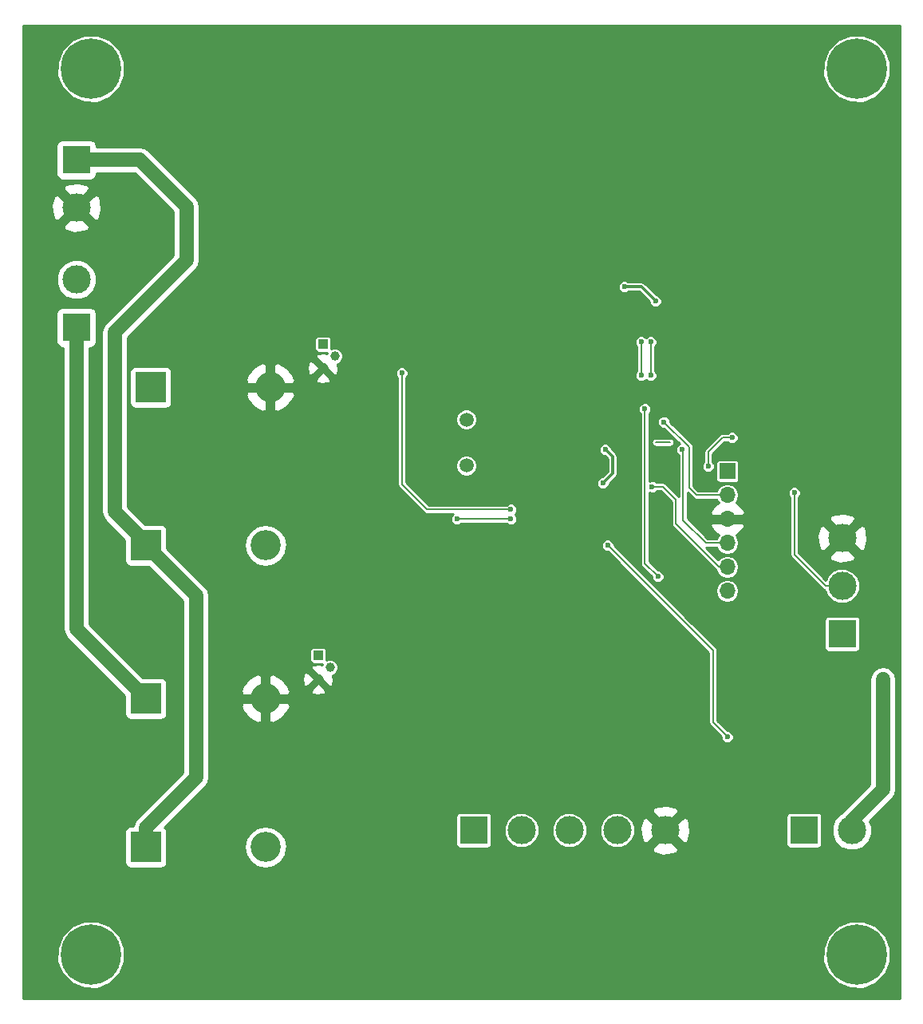
<source format=gbr>
G04 #@! TF.FileFunction,Copper,L2,Bot,Signal*
%FSLAX46Y46*%
G04 Gerber Fmt 4.6, Leading zero omitted, Abs format (unit mm)*
G04 Created by KiCad (PCBNEW 4.0.6) date 07/04/17 16:47:20*
%MOMM*%
%LPD*%
G01*
G04 APERTURE LIST*
%ADD10C,0.100000*%
%ADD11C,3.000000*%
%ADD12R,3.000000X3.000000*%
%ADD13R,3.200000X3.200000*%
%ADD14O,3.200000X3.200000*%
%ADD15R,1.700000X1.700000*%
%ADD16O,1.700000X1.700000*%
%ADD17C,1.000000*%
%ADD18R,1.000000X1.000000*%
%ADD19C,1.500000*%
%ADD20C,6.400000*%
%ADD21C,0.600000*%
%ADD22C,0.200000*%
%ADD23C,0.300000*%
%ADD24C,1.500000*%
%ADD25C,0.250000*%
G04 APERTURE END LIST*
D10*
D11*
X86360000Y-101092000D03*
X91440000Y-101092000D03*
D12*
X81280000Y-101092000D03*
D11*
X96520000Y-101092000D03*
X101600000Y-101092000D03*
D13*
X46482000Y-102870000D03*
D14*
X59182000Y-102870000D03*
D13*
X46482000Y-87122000D03*
D14*
X59182000Y-87122000D03*
D13*
X46482000Y-70866000D03*
D14*
X59182000Y-70866000D03*
D13*
X46990000Y-54102000D03*
D14*
X59690000Y-54102000D03*
D12*
X39116000Y-47752000D03*
D11*
X39116000Y-42672000D03*
D12*
X39116000Y-29972000D03*
D11*
X39116000Y-35052000D03*
D15*
X108204000Y-62992000D03*
D16*
X108204000Y-65532000D03*
X108204000Y-68072000D03*
X108204000Y-70612000D03*
X108204000Y-73152000D03*
X108204000Y-75692000D03*
D12*
X116332000Y-101092000D03*
D11*
X121412000Y-101092000D03*
D12*
X120396000Y-80264000D03*
D11*
X120396000Y-75184000D03*
X120396000Y-70104000D03*
D17*
X66040000Y-83820000D03*
X64770000Y-85090000D03*
D18*
X64770000Y-82550000D03*
D17*
X66548000Y-50800000D03*
X65278000Y-52070000D03*
D18*
X65278000Y-49530000D03*
D19*
X80518000Y-57531000D03*
X80518000Y-62411000D03*
D20*
X40640000Y-20320000D03*
X121920000Y-20320000D03*
X121920000Y-114300000D03*
X40640000Y-114300000D03*
D21*
X95885000Y-45085000D03*
X105156000Y-101092000D03*
X71882000Y-62738000D03*
X71374000Y-57658000D03*
X89154000Y-62230000D03*
X95504000Y-59182000D03*
X98552000Y-79248000D03*
X118364000Y-64008000D03*
X60960000Y-59182000D03*
X62992000Y-60452000D03*
X100330000Y-68072000D03*
X103632000Y-72644000D03*
X84074000Y-63500000D03*
X97028000Y-59182000D03*
X106680000Y-96520000D03*
X116205000Y-92710000D03*
X105410000Y-83185000D03*
X97790000Y-83185000D03*
X90170000Y-83185000D03*
X82550000Y-83185000D03*
X123190000Y-54610000D03*
X114300000Y-43180000D03*
X93345000Y-49530000D03*
X44450000Y-34925000D03*
X71120000Y-46355000D03*
X64770000Y-41275000D03*
X67310000Y-31750000D03*
X84455000Y-32385000D03*
X83820000Y-28575000D03*
X78105000Y-27305000D03*
X100203000Y-64643000D03*
X97282000Y-43434000D03*
X100584000Y-44958000D03*
X95250000Y-60706000D03*
X94996000Y-64262000D03*
X101473000Y-57785000D03*
X103378000Y-60706000D03*
X115316000Y-65278000D03*
X100838000Y-74168000D03*
X99441000Y-56388000D03*
X85217000Y-67056000D03*
X73660000Y-52578000D03*
X79502000Y-68072000D03*
X85217000Y-68072000D03*
X108204000Y-91186000D03*
X95504000Y-70866000D03*
X100076000Y-49276000D03*
X100076000Y-52832000D03*
X99060000Y-49276000D03*
X99060000Y-52832000D03*
X108712000Y-59436000D03*
X106172000Y-62484000D03*
X50800000Y-40640000D03*
X124714000Y-85090000D03*
D22*
X102108000Y-59944000D02*
X100584000Y-59944000D01*
X108204000Y-73152000D02*
X107315000Y-73152000D01*
X101346000Y-64643000D02*
X100203000Y-64643000D01*
X102743000Y-66040000D02*
X101346000Y-64643000D01*
X102743000Y-68580000D02*
X102743000Y-66040000D01*
X107315000Y-73152000D02*
X102743000Y-68580000D01*
D23*
X99060000Y-43434000D02*
X97282000Y-43434000D01*
X100584000Y-44958000D02*
X99060000Y-43434000D01*
X96012000Y-61468000D02*
X95250000Y-60706000D01*
X96012000Y-63246000D02*
X96012000Y-61468000D01*
X94996000Y-64262000D02*
X96012000Y-63246000D01*
D24*
X39116000Y-47752000D02*
X39116000Y-79756000D01*
X39116000Y-79756000D02*
X46482000Y-87122000D01*
D22*
X101473000Y-57785000D02*
X104140000Y-60452000D01*
X104140000Y-60452000D02*
X104140000Y-64770000D01*
X104140000Y-64770000D02*
X104902000Y-65532000D01*
X104902000Y-65532000D02*
X108204000Y-65532000D01*
X105918000Y-70612000D02*
X108204000Y-70612000D01*
X103505000Y-68199000D02*
X105918000Y-70612000D01*
X103505000Y-60833000D02*
X103505000Y-68199000D01*
X103378000Y-60706000D02*
X103505000Y-60833000D01*
X118618000Y-75184000D02*
X120396000Y-75184000D01*
X115316000Y-71882000D02*
X118618000Y-75184000D01*
X115316000Y-65278000D02*
X115316000Y-71882000D01*
X100838000Y-74168000D02*
X99441000Y-72771000D01*
X99441000Y-72771000D02*
X99441000Y-56388000D01*
X85217000Y-67056000D02*
X76327000Y-67056000D01*
X76327000Y-67056000D02*
X73660000Y-64389000D01*
X73660000Y-64389000D02*
X73660000Y-52578000D01*
X85217000Y-68072000D02*
X79502000Y-68072000D01*
X106680000Y-89662000D02*
X108204000Y-91186000D01*
X106680000Y-82042000D02*
X106680000Y-89662000D01*
X95504000Y-70866000D02*
X106680000Y-82042000D01*
X100076000Y-52832000D02*
X100076000Y-49276000D01*
X99060000Y-52832000D02*
X99060000Y-49276000D01*
X107696000Y-59436000D02*
X108712000Y-59436000D01*
X106172000Y-60960000D02*
X107696000Y-59436000D01*
X106172000Y-62484000D02*
X106172000Y-60960000D01*
D24*
X46482000Y-70866000D02*
X46482000Y-70612000D01*
X46482000Y-70612000D02*
X43180000Y-67310000D01*
X43180000Y-48260000D02*
X50800000Y-40640000D01*
X43180000Y-67310000D02*
X43180000Y-48260000D01*
X39116000Y-29972000D02*
X45847000Y-29972000D01*
X50800000Y-34925000D02*
X50800000Y-40640000D01*
X45847000Y-29972000D02*
X50800000Y-34925000D01*
X121412000Y-101092000D02*
X121412000Y-100076000D01*
X121412000Y-100076000D02*
X124714000Y-96774000D01*
X124714000Y-96774000D02*
X124714000Y-85090000D01*
X46482000Y-102870000D02*
X46482000Y-100838000D01*
X51816000Y-76200000D02*
X46482000Y-70866000D01*
X51816000Y-95504000D02*
X51816000Y-76200000D01*
X46482000Y-100838000D02*
X51816000Y-95504000D01*
D25*
G36*
X126550000Y-118930000D02*
X33470000Y-118930000D01*
X33470000Y-115007992D01*
X37064381Y-115007992D01*
X37607496Y-116322429D01*
X38612281Y-117328970D01*
X39925769Y-117874378D01*
X41347992Y-117875619D01*
X42662429Y-117332504D01*
X43668970Y-116327719D01*
X44214378Y-115014231D01*
X44214383Y-115007992D01*
X118344381Y-115007992D01*
X118887496Y-116322429D01*
X119892281Y-117328970D01*
X121205769Y-117874378D01*
X122627992Y-117875619D01*
X123942429Y-117332504D01*
X124948970Y-116327719D01*
X125494378Y-115014231D01*
X125495619Y-113592008D01*
X124952504Y-112277571D01*
X123947719Y-111271030D01*
X122634231Y-110725622D01*
X121212008Y-110724381D01*
X119897571Y-111267496D01*
X118891030Y-112272281D01*
X118345622Y-113585769D01*
X118344381Y-115007992D01*
X44214383Y-115007992D01*
X44215619Y-113592008D01*
X43672504Y-112277571D01*
X42667719Y-111271030D01*
X41354231Y-110725622D01*
X39932008Y-110724381D01*
X38617571Y-111267496D01*
X37611030Y-112272281D01*
X37065622Y-113585769D01*
X37064381Y-115007992D01*
X33470000Y-115007992D01*
X33470000Y-46252000D01*
X36978756Y-46252000D01*
X36978756Y-49252000D01*
X37022337Y-49483611D01*
X37159219Y-49696332D01*
X37368076Y-49839038D01*
X37616000Y-49889244D01*
X37741000Y-49889244D01*
X37741000Y-79756000D01*
X37845666Y-80282190D01*
X38143728Y-80728272D01*
X44244756Y-86829300D01*
X44244756Y-88722000D01*
X44288337Y-88953611D01*
X44425219Y-89166332D01*
X44634076Y-89309038D01*
X44882000Y-89359244D01*
X48082000Y-89359244D01*
X48313611Y-89315663D01*
X48526332Y-89178781D01*
X48669038Y-88969924D01*
X48719244Y-88722000D01*
X48719244Y-85522000D01*
X48675663Y-85290389D01*
X48538781Y-85077668D01*
X48329924Y-84934962D01*
X48082000Y-84884756D01*
X46189300Y-84884756D01*
X40491000Y-79186456D01*
X40491000Y-49889244D01*
X40616000Y-49889244D01*
X40847611Y-49845663D01*
X41060332Y-49708781D01*
X41203038Y-49499924D01*
X41253244Y-49252000D01*
X41253244Y-46252000D01*
X41209663Y-46020389D01*
X41072781Y-45807668D01*
X40863924Y-45664962D01*
X40616000Y-45614756D01*
X37616000Y-45614756D01*
X37384389Y-45658337D01*
X37171668Y-45795219D01*
X37028962Y-46004076D01*
X36978756Y-46252000D01*
X33470000Y-46252000D01*
X33470000Y-43092834D01*
X36990632Y-43092834D01*
X37313462Y-43874143D01*
X37910713Y-44472437D01*
X38691457Y-44796630D01*
X39536834Y-44797368D01*
X40318143Y-44474538D01*
X40916437Y-43877287D01*
X41240630Y-43096543D01*
X41241368Y-42251166D01*
X40918538Y-41469857D01*
X40321287Y-40871563D01*
X39540543Y-40547370D01*
X38695166Y-40546632D01*
X37913857Y-40869462D01*
X37315563Y-41466713D01*
X36991370Y-42247457D01*
X36990632Y-43092834D01*
X33470000Y-43092834D01*
X33470000Y-36989924D01*
X37708406Y-36989924D01*
X37861735Y-37416336D01*
X38862002Y-37716348D01*
X39900939Y-37610737D01*
X40370265Y-37416336D01*
X40523594Y-36989924D01*
X39116000Y-35582330D01*
X37708406Y-36989924D01*
X33470000Y-36989924D01*
X33470000Y-34798002D01*
X36451652Y-34798002D01*
X36557263Y-35836939D01*
X36751664Y-36306265D01*
X37178076Y-36459594D01*
X38585670Y-35052000D01*
X39646330Y-35052000D01*
X41053924Y-36459594D01*
X41480336Y-36306265D01*
X41780348Y-35305998D01*
X41674737Y-34267061D01*
X41480336Y-33797735D01*
X41053924Y-33644406D01*
X39646330Y-35052000D01*
X38585670Y-35052000D01*
X37178076Y-33644406D01*
X36751664Y-33797735D01*
X36451652Y-34798002D01*
X33470000Y-34798002D01*
X33470000Y-33114076D01*
X37708406Y-33114076D01*
X39116000Y-34521670D01*
X40523594Y-33114076D01*
X40370265Y-32687664D01*
X39369998Y-32387652D01*
X38331061Y-32493263D01*
X37861735Y-32687664D01*
X37708406Y-33114076D01*
X33470000Y-33114076D01*
X33470000Y-28472000D01*
X36978756Y-28472000D01*
X36978756Y-31472000D01*
X37022337Y-31703611D01*
X37159219Y-31916332D01*
X37368076Y-32059038D01*
X37616000Y-32109244D01*
X40616000Y-32109244D01*
X40847611Y-32065663D01*
X41060332Y-31928781D01*
X41203038Y-31719924D01*
X41253244Y-31472000D01*
X41253244Y-31347000D01*
X45277456Y-31347000D01*
X49425000Y-35494544D01*
X49425000Y-40070456D01*
X42207728Y-47287728D01*
X41909666Y-47733810D01*
X41805000Y-48260000D01*
X41805000Y-67310000D01*
X41909666Y-67836190D01*
X42152088Y-68199000D01*
X42207728Y-68282272D01*
X44244756Y-70319300D01*
X44244756Y-72466000D01*
X44288337Y-72697611D01*
X44425219Y-72910332D01*
X44634076Y-73053038D01*
X44882000Y-73103244D01*
X46774700Y-73103244D01*
X50441000Y-76769544D01*
X50441000Y-94934456D01*
X45509728Y-99865728D01*
X45211666Y-100311810D01*
X45147826Y-100632756D01*
X44882000Y-100632756D01*
X44650389Y-100676337D01*
X44437668Y-100813219D01*
X44294962Y-101022076D01*
X44244756Y-101270000D01*
X44244756Y-104470000D01*
X44288337Y-104701611D01*
X44425219Y-104914332D01*
X44634076Y-105057038D01*
X44882000Y-105107244D01*
X48082000Y-105107244D01*
X48313611Y-105063663D01*
X48526332Y-104926781D01*
X48669038Y-104717924D01*
X48719244Y-104470000D01*
X48719244Y-102870000D01*
X56913410Y-102870000D01*
X57082778Y-103721471D01*
X57565097Y-104443313D01*
X58286939Y-104925632D01*
X59138410Y-105095000D01*
X59225590Y-105095000D01*
X60077061Y-104925632D01*
X60798903Y-104443313D01*
X61281222Y-103721471D01*
X61418779Y-103029924D01*
X100192406Y-103029924D01*
X100345735Y-103456336D01*
X101346002Y-103756348D01*
X102384939Y-103650737D01*
X102854265Y-103456336D01*
X103007594Y-103029924D01*
X101600000Y-101622330D01*
X100192406Y-103029924D01*
X61418779Y-103029924D01*
X61450590Y-102870000D01*
X61281222Y-102018529D01*
X60798903Y-101296687D01*
X60077061Y-100814368D01*
X59225590Y-100645000D01*
X59138410Y-100645000D01*
X58286939Y-100814368D01*
X57565097Y-101296687D01*
X57082778Y-102018529D01*
X56913410Y-102870000D01*
X48719244Y-102870000D01*
X48719244Y-101270000D01*
X48675663Y-101038389D01*
X48538781Y-100825668D01*
X48479429Y-100785115D01*
X49672544Y-99592000D01*
X79397654Y-99592000D01*
X79397654Y-102592000D01*
X79423802Y-102730966D01*
X79505931Y-102858599D01*
X79631246Y-102944223D01*
X79780000Y-102974346D01*
X82780000Y-102974346D01*
X82918966Y-102948198D01*
X83046599Y-102866069D01*
X83132223Y-102740754D01*
X83162346Y-102592000D01*
X83162346Y-101463324D01*
X84484676Y-101463324D01*
X84769526Y-102152714D01*
X85296511Y-102680620D01*
X85985403Y-102966673D01*
X86731324Y-102967324D01*
X87420714Y-102682474D01*
X87948620Y-102155489D01*
X88234673Y-101466597D01*
X88234675Y-101463324D01*
X89564676Y-101463324D01*
X89849526Y-102152714D01*
X90376511Y-102680620D01*
X91065403Y-102966673D01*
X91811324Y-102967324D01*
X92500714Y-102682474D01*
X93028620Y-102155489D01*
X93314673Y-101466597D01*
X93314675Y-101463324D01*
X94644676Y-101463324D01*
X94929526Y-102152714D01*
X95456511Y-102680620D01*
X96145403Y-102966673D01*
X96891324Y-102967324D01*
X97580714Y-102682474D01*
X98108620Y-102155489D01*
X98394673Y-101466597D01*
X98395221Y-100838002D01*
X98935652Y-100838002D01*
X99041263Y-101876939D01*
X99235664Y-102346265D01*
X99662076Y-102499594D01*
X101069670Y-101092000D01*
X102130330Y-101092000D01*
X103537924Y-102499594D01*
X103964336Y-102346265D01*
X104264348Y-101345998D01*
X104158737Y-100307061D01*
X103964336Y-99837735D01*
X103537924Y-99684406D01*
X102130330Y-101092000D01*
X101069670Y-101092000D01*
X99662076Y-99684406D01*
X99235664Y-99837735D01*
X98935652Y-100838002D01*
X98395221Y-100838002D01*
X98395324Y-100720676D01*
X98110474Y-100031286D01*
X97583489Y-99503380D01*
X96894597Y-99217327D01*
X96148676Y-99216676D01*
X95459286Y-99501526D01*
X94931380Y-100028511D01*
X94645327Y-100717403D01*
X94644676Y-101463324D01*
X93314675Y-101463324D01*
X93315324Y-100720676D01*
X93030474Y-100031286D01*
X92503489Y-99503380D01*
X91814597Y-99217327D01*
X91068676Y-99216676D01*
X90379286Y-99501526D01*
X89851380Y-100028511D01*
X89565327Y-100717403D01*
X89564676Y-101463324D01*
X88234675Y-101463324D01*
X88235324Y-100720676D01*
X87950474Y-100031286D01*
X87423489Y-99503380D01*
X86734597Y-99217327D01*
X85988676Y-99216676D01*
X85299286Y-99501526D01*
X84771380Y-100028511D01*
X84485327Y-100717403D01*
X84484676Y-101463324D01*
X83162346Y-101463324D01*
X83162346Y-99592000D01*
X83136198Y-99453034D01*
X83054069Y-99325401D01*
X82928754Y-99239777D01*
X82780000Y-99209654D01*
X79780000Y-99209654D01*
X79641034Y-99235802D01*
X79513401Y-99317931D01*
X79427777Y-99443246D01*
X79397654Y-99592000D01*
X49672544Y-99592000D01*
X50110468Y-99154076D01*
X100192406Y-99154076D01*
X101600000Y-100561670D01*
X102569670Y-99592000D01*
X114449654Y-99592000D01*
X114449654Y-102592000D01*
X114475802Y-102730966D01*
X114557931Y-102858599D01*
X114683246Y-102944223D01*
X114832000Y-102974346D01*
X117832000Y-102974346D01*
X117970966Y-102948198D01*
X118098599Y-102866069D01*
X118184223Y-102740754D01*
X118214346Y-102592000D01*
X118214346Y-101512834D01*
X119286632Y-101512834D01*
X119609462Y-102294143D01*
X120206713Y-102892437D01*
X120987457Y-103216630D01*
X121832834Y-103217368D01*
X122614143Y-102894538D01*
X123212437Y-102297287D01*
X123536630Y-101516543D01*
X123537368Y-100671166D01*
X123310483Y-100122061D01*
X125686272Y-97746272D01*
X125984334Y-97300190D01*
X126089000Y-96774000D01*
X126089000Y-85090000D01*
X125984334Y-84563810D01*
X125686272Y-84117728D01*
X125240190Y-83819666D01*
X124714000Y-83715000D01*
X124187810Y-83819666D01*
X123741728Y-84117728D01*
X123443666Y-84563810D01*
X123339000Y-85090000D01*
X123339000Y-96204456D01*
X120439728Y-99103728D01*
X120355962Y-99229093D01*
X120209857Y-99289462D01*
X119611563Y-99886713D01*
X119287370Y-100667457D01*
X119286632Y-101512834D01*
X118214346Y-101512834D01*
X118214346Y-99592000D01*
X118188198Y-99453034D01*
X118106069Y-99325401D01*
X117980754Y-99239777D01*
X117832000Y-99209654D01*
X114832000Y-99209654D01*
X114693034Y-99235802D01*
X114565401Y-99317931D01*
X114479777Y-99443246D01*
X114449654Y-99592000D01*
X102569670Y-99592000D01*
X103007594Y-99154076D01*
X102854265Y-98727664D01*
X101853998Y-98427652D01*
X100815061Y-98533263D01*
X100345735Y-98727664D01*
X100192406Y-99154076D01*
X50110468Y-99154076D01*
X52788272Y-96476272D01*
X53086334Y-96030190D01*
X53191000Y-95504000D01*
X53191000Y-87914611D01*
X56574819Y-87914611D01*
X56777970Y-88405104D01*
X57451989Y-89227416D01*
X58389386Y-89729197D01*
X58807000Y-89539840D01*
X58807000Y-87497000D01*
X59557000Y-87497000D01*
X59557000Y-89539840D01*
X59974614Y-89729197D01*
X60912011Y-89227416D01*
X61586030Y-88405104D01*
X61789181Y-87914611D01*
X61596806Y-87497000D01*
X59557000Y-87497000D01*
X58807000Y-87497000D01*
X56767194Y-87497000D01*
X56574819Y-87914611D01*
X53191000Y-87914611D01*
X53191000Y-86329389D01*
X56574819Y-86329389D01*
X56767194Y-86747000D01*
X58807000Y-86747000D01*
X58807000Y-84704160D01*
X59557000Y-84704160D01*
X59557000Y-86747000D01*
X61596806Y-86747000D01*
X61789181Y-86329389D01*
X61745227Y-86223264D01*
X63990289Y-86223264D01*
X64009541Y-86562008D01*
X64630740Y-86740973D01*
X65273141Y-86668593D01*
X65530459Y-86562008D01*
X65549711Y-86223264D01*
X64770000Y-85443553D01*
X63990289Y-86223264D01*
X61745227Y-86223264D01*
X61586030Y-85838896D01*
X60912011Y-85016584D01*
X60789006Y-84950740D01*
X63119027Y-84950740D01*
X63191407Y-85593141D01*
X63297992Y-85850459D01*
X63636736Y-85869711D01*
X64416447Y-85090000D01*
X63636736Y-84310289D01*
X63297992Y-84329541D01*
X63119027Y-84950740D01*
X60789006Y-84950740D01*
X59974614Y-84514803D01*
X59557000Y-84704160D01*
X58807000Y-84704160D01*
X58389386Y-84514803D01*
X57451989Y-85016584D01*
X56777970Y-85838896D01*
X56574819Y-86329389D01*
X53191000Y-86329389D01*
X53191000Y-82050000D01*
X63887654Y-82050000D01*
X63887654Y-83050000D01*
X63913802Y-83188966D01*
X63995931Y-83316599D01*
X64121246Y-83402223D01*
X64270000Y-83432346D01*
X65253532Y-83432346D01*
X65214270Y-83526899D01*
X64909260Y-83439027D01*
X64266859Y-83511407D01*
X64009541Y-83617992D01*
X63990289Y-83956736D01*
X64770000Y-84736447D01*
X64872531Y-84633916D01*
X65226084Y-84987469D01*
X65123553Y-85090000D01*
X65903264Y-85869711D01*
X66242008Y-85850459D01*
X66420973Y-85229260D01*
X66354233Y-84636913D01*
X66535000Y-84562221D01*
X66781356Y-84316295D01*
X66914848Y-83994812D01*
X66915151Y-83646715D01*
X66782221Y-83325000D01*
X66536295Y-83078644D01*
X66214812Y-82945152D01*
X65866715Y-82944849D01*
X65652346Y-83033425D01*
X65652346Y-82050000D01*
X65626198Y-81911034D01*
X65544069Y-81783401D01*
X65418754Y-81697777D01*
X65270000Y-81667654D01*
X64270000Y-81667654D01*
X64131034Y-81693802D01*
X64003401Y-81775931D01*
X63917777Y-81901246D01*
X63887654Y-82050000D01*
X53191000Y-82050000D01*
X53191000Y-76200000D01*
X53086334Y-75673810D01*
X52788272Y-75227728D01*
X48719244Y-71158700D01*
X48719244Y-70866000D01*
X56913410Y-70866000D01*
X57082778Y-71717471D01*
X57565097Y-72439313D01*
X58286939Y-72921632D01*
X59138410Y-73091000D01*
X59225590Y-73091000D01*
X60077061Y-72921632D01*
X60798903Y-72439313D01*
X61281222Y-71717471D01*
X61424000Y-70999677D01*
X94828883Y-70999677D01*
X94931429Y-71247857D01*
X95121144Y-71437903D01*
X95369145Y-71540883D01*
X95507251Y-71541003D01*
X106205000Y-82238752D01*
X106205000Y-89662000D01*
X106241157Y-89843775D01*
X106344124Y-89997876D01*
X107529002Y-91182754D01*
X107528883Y-91319677D01*
X107631429Y-91567857D01*
X107821144Y-91757903D01*
X108069145Y-91860883D01*
X108337677Y-91861117D01*
X108585857Y-91758571D01*
X108775903Y-91568856D01*
X108878883Y-91320855D01*
X108879117Y-91052323D01*
X108776571Y-90804143D01*
X108586856Y-90614097D01*
X108338855Y-90511117D01*
X108200748Y-90510997D01*
X107155000Y-89465248D01*
X107155000Y-82042005D01*
X107155001Y-82042000D01*
X107118843Y-81860226D01*
X107118843Y-81860225D01*
X107015876Y-81706124D01*
X104073752Y-78764000D01*
X118513654Y-78764000D01*
X118513654Y-81764000D01*
X118539802Y-81902966D01*
X118621931Y-82030599D01*
X118747246Y-82116223D01*
X118896000Y-82146346D01*
X121896000Y-82146346D01*
X122034966Y-82120198D01*
X122162599Y-82038069D01*
X122248223Y-81912754D01*
X122278346Y-81764000D01*
X122278346Y-78764000D01*
X122252198Y-78625034D01*
X122170069Y-78497401D01*
X122044754Y-78411777D01*
X121896000Y-78381654D01*
X118896000Y-78381654D01*
X118757034Y-78407802D01*
X118629401Y-78489931D01*
X118543777Y-78615246D01*
X118513654Y-78764000D01*
X104073752Y-78764000D01*
X101001752Y-75692000D01*
X106955001Y-75692000D01*
X107048249Y-76160787D01*
X107313795Y-76558206D01*
X107711214Y-76823752D01*
X108180001Y-76917000D01*
X108227999Y-76917000D01*
X108696786Y-76823752D01*
X109094205Y-76558206D01*
X109359751Y-76160787D01*
X109452999Y-75692000D01*
X109359751Y-75223213D01*
X109094205Y-74825794D01*
X108696786Y-74560248D01*
X108227999Y-74467000D01*
X108180001Y-74467000D01*
X107711214Y-74560248D01*
X107313795Y-74825794D01*
X107048249Y-75223213D01*
X106955001Y-75692000D01*
X101001752Y-75692000D01*
X96178998Y-70869246D01*
X96179117Y-70732323D01*
X96076571Y-70484143D01*
X95886856Y-70294097D01*
X95638855Y-70191117D01*
X95370323Y-70190883D01*
X95122143Y-70293429D01*
X94932097Y-70483144D01*
X94829117Y-70731145D01*
X94828883Y-70999677D01*
X61424000Y-70999677D01*
X61450590Y-70866000D01*
X61281222Y-70014529D01*
X60798903Y-69292687D01*
X60077061Y-68810368D01*
X59225590Y-68641000D01*
X59138410Y-68641000D01*
X58286939Y-68810368D01*
X57565097Y-69292687D01*
X57082778Y-70014529D01*
X56913410Y-70866000D01*
X48719244Y-70866000D01*
X48719244Y-69266000D01*
X48675663Y-69034389D01*
X48538781Y-68821668D01*
X48329924Y-68678962D01*
X48082000Y-68628756D01*
X46443300Y-68628756D01*
X44555000Y-66740456D01*
X44555000Y-52502000D01*
X44752756Y-52502000D01*
X44752756Y-55702000D01*
X44796337Y-55933611D01*
X44933219Y-56146332D01*
X45142076Y-56289038D01*
X45390000Y-56339244D01*
X48590000Y-56339244D01*
X48821611Y-56295663D01*
X49034332Y-56158781D01*
X49177038Y-55949924D01*
X49227244Y-55702000D01*
X49227244Y-54894611D01*
X57082819Y-54894611D01*
X57285970Y-55385104D01*
X57959989Y-56207416D01*
X58897386Y-56709197D01*
X59315000Y-56519840D01*
X59315000Y-54477000D01*
X60065000Y-54477000D01*
X60065000Y-56519840D01*
X60482614Y-56709197D01*
X61420011Y-56207416D01*
X62094030Y-55385104D01*
X62297181Y-54894611D01*
X62104806Y-54477000D01*
X60065000Y-54477000D01*
X59315000Y-54477000D01*
X57275194Y-54477000D01*
X57082819Y-54894611D01*
X49227244Y-54894611D01*
X49227244Y-53309389D01*
X57082819Y-53309389D01*
X57275194Y-53727000D01*
X59315000Y-53727000D01*
X59315000Y-51684160D01*
X60065000Y-51684160D01*
X60065000Y-53727000D01*
X62104806Y-53727000D01*
X62297181Y-53309389D01*
X62253227Y-53203264D01*
X64498289Y-53203264D01*
X64517541Y-53542008D01*
X65138740Y-53720973D01*
X65781141Y-53648593D01*
X66038459Y-53542008D01*
X66057711Y-53203264D01*
X65278000Y-52423553D01*
X64498289Y-53203264D01*
X62253227Y-53203264D01*
X62094030Y-52818896D01*
X61420011Y-51996584D01*
X61297006Y-51930740D01*
X63627027Y-51930740D01*
X63699407Y-52573141D01*
X63805992Y-52830459D01*
X64144736Y-52849711D01*
X64924447Y-52070000D01*
X64144736Y-51290289D01*
X63805992Y-51309541D01*
X63627027Y-51930740D01*
X61297006Y-51930740D01*
X60482614Y-51494803D01*
X60065000Y-51684160D01*
X59315000Y-51684160D01*
X58897386Y-51494803D01*
X57959989Y-51996584D01*
X57285970Y-52818896D01*
X57082819Y-53309389D01*
X49227244Y-53309389D01*
X49227244Y-52502000D01*
X49183663Y-52270389D01*
X49046781Y-52057668D01*
X48837924Y-51914962D01*
X48590000Y-51864756D01*
X45390000Y-51864756D01*
X45158389Y-51908337D01*
X44945668Y-52045219D01*
X44802962Y-52254076D01*
X44752756Y-52502000D01*
X44555000Y-52502000D01*
X44555000Y-49030000D01*
X64395654Y-49030000D01*
X64395654Y-50030000D01*
X64421802Y-50168966D01*
X64503931Y-50296599D01*
X64629246Y-50382223D01*
X64778000Y-50412346D01*
X65761532Y-50412346D01*
X65722270Y-50506899D01*
X65417260Y-50419027D01*
X64774859Y-50491407D01*
X64517541Y-50597992D01*
X64498289Y-50936736D01*
X65278000Y-51716447D01*
X65380531Y-51613916D01*
X65734084Y-51967469D01*
X65631553Y-52070000D01*
X66411264Y-52849711D01*
X66750008Y-52830459D01*
X66784228Y-52711677D01*
X72984883Y-52711677D01*
X73087429Y-52959857D01*
X73185000Y-53057598D01*
X73185000Y-64389000D01*
X73221157Y-64570775D01*
X73324124Y-64724876D01*
X75991122Y-67391873D01*
X75991124Y-67391876D01*
X76145225Y-67494843D01*
X76168281Y-67499429D01*
X76327000Y-67531001D01*
X76327005Y-67531000D01*
X79088517Y-67531000D01*
X78930097Y-67689144D01*
X78827117Y-67937145D01*
X78826883Y-68205677D01*
X78929429Y-68453857D01*
X79119144Y-68643903D01*
X79367145Y-68746883D01*
X79635677Y-68747117D01*
X79883857Y-68644571D01*
X79981598Y-68547000D01*
X84737410Y-68547000D01*
X84834144Y-68643903D01*
X85082145Y-68746883D01*
X85350677Y-68747117D01*
X85598857Y-68644571D01*
X85788903Y-68454856D01*
X85891883Y-68206855D01*
X85892117Y-67938323D01*
X85789571Y-67690143D01*
X85663594Y-67563946D01*
X85788903Y-67438856D01*
X85891883Y-67190855D01*
X85892117Y-66922323D01*
X85789571Y-66674143D01*
X85599856Y-66484097D01*
X85351855Y-66381117D01*
X85083323Y-66380883D01*
X84835143Y-66483429D01*
X84737402Y-66581000D01*
X76523751Y-66581000D01*
X74338429Y-64395677D01*
X94320883Y-64395677D01*
X94423429Y-64643857D01*
X94613144Y-64833903D01*
X94861145Y-64936883D01*
X95129677Y-64937117D01*
X95377857Y-64834571D01*
X95567903Y-64644856D01*
X95670883Y-64396855D01*
X95670942Y-64329520D01*
X96383231Y-63617231D01*
X96497037Y-63446909D01*
X96537000Y-63246000D01*
X96537000Y-61468000D01*
X96497037Y-61267091D01*
X96383231Y-61096769D01*
X95925059Y-60638597D01*
X95925117Y-60572323D01*
X95822571Y-60324143D01*
X95632856Y-60134097D01*
X95384855Y-60031117D01*
X95116323Y-60030883D01*
X94868143Y-60133429D01*
X94678097Y-60323144D01*
X94575117Y-60571145D01*
X94574883Y-60839677D01*
X94677429Y-61087857D01*
X94867144Y-61277903D01*
X95115145Y-61380883D01*
X95182480Y-61380942D01*
X95487000Y-61685462D01*
X95487000Y-63028538D01*
X94928597Y-63586941D01*
X94862323Y-63586883D01*
X94614143Y-63689429D01*
X94424097Y-63879144D01*
X94321117Y-64127145D01*
X94320883Y-64395677D01*
X74338429Y-64395677D01*
X74135000Y-64192248D01*
X74135000Y-62633795D01*
X79392805Y-62633795D01*
X79563715Y-63047429D01*
X79879907Y-63364172D01*
X80293242Y-63535804D01*
X80740795Y-63536195D01*
X81154429Y-63365285D01*
X81471172Y-63049093D01*
X81642804Y-62635758D01*
X81643195Y-62188205D01*
X81472285Y-61774571D01*
X81156093Y-61457828D01*
X80742758Y-61286196D01*
X80295205Y-61285805D01*
X79881571Y-61456715D01*
X79564828Y-61772907D01*
X79393196Y-62186242D01*
X79392805Y-62633795D01*
X74135000Y-62633795D01*
X74135000Y-57753795D01*
X79392805Y-57753795D01*
X79563715Y-58167429D01*
X79879907Y-58484172D01*
X80293242Y-58655804D01*
X80740795Y-58656195D01*
X81154429Y-58485285D01*
X81471172Y-58169093D01*
X81642804Y-57755758D01*
X81643195Y-57308205D01*
X81472285Y-56894571D01*
X81156093Y-56577828D01*
X81020867Y-56521677D01*
X98765883Y-56521677D01*
X98868429Y-56769857D01*
X98966000Y-56867598D01*
X98966000Y-72771000D01*
X99002157Y-72952775D01*
X99105124Y-73106876D01*
X100163002Y-74164754D01*
X100162883Y-74301677D01*
X100265429Y-74549857D01*
X100455144Y-74739903D01*
X100703145Y-74842883D01*
X100971677Y-74843117D01*
X101219857Y-74740571D01*
X101409903Y-74550856D01*
X101512883Y-74302855D01*
X101513117Y-74034323D01*
X101410571Y-73786143D01*
X101220856Y-73596097D01*
X100972855Y-73493117D01*
X100834748Y-73492997D01*
X99916000Y-72574248D01*
X99916000Y-65254706D01*
X100068145Y-65317883D01*
X100336677Y-65318117D01*
X100584857Y-65215571D01*
X100682598Y-65118000D01*
X101149248Y-65118000D01*
X102268000Y-66236751D01*
X102268000Y-68580000D01*
X102304157Y-68761775D01*
X102407124Y-68915876D01*
X106979122Y-73487873D01*
X106979124Y-73487876D01*
X107028354Y-73520771D01*
X107048249Y-73620787D01*
X107313795Y-74018206D01*
X107711214Y-74283752D01*
X108180001Y-74377000D01*
X108227999Y-74377000D01*
X108696786Y-74283752D01*
X109094205Y-74018206D01*
X109359751Y-73620787D01*
X109452999Y-73152000D01*
X109359751Y-72683213D01*
X109094205Y-72285794D01*
X108696786Y-72020248D01*
X108227999Y-71927000D01*
X108180001Y-71927000D01*
X107711214Y-72020248D01*
X107313795Y-72285794D01*
X107236390Y-72401639D01*
X105921751Y-71087000D01*
X107052400Y-71087000D01*
X107313795Y-71478206D01*
X107711214Y-71743752D01*
X108180001Y-71837000D01*
X108227999Y-71837000D01*
X108696786Y-71743752D01*
X109094205Y-71478206D01*
X109359751Y-71080787D01*
X109452999Y-70612000D01*
X109359751Y-70143213D01*
X109118791Y-69782590D01*
X109536914Y-69529413D01*
X109993180Y-68908390D01*
X110060536Y-68745721D01*
X109855715Y-68447000D01*
X108579000Y-68447000D01*
X108579000Y-68467000D01*
X107829000Y-68467000D01*
X107829000Y-68447000D01*
X106552285Y-68447000D01*
X106347464Y-68745721D01*
X106414820Y-68908390D01*
X106871086Y-69529413D01*
X107289209Y-69782590D01*
X107052400Y-70137000D01*
X106114751Y-70137000D01*
X103980000Y-68002248D01*
X103980000Y-65281752D01*
X104566124Y-65867876D01*
X104720225Y-65970843D01*
X104750384Y-65976842D01*
X104902000Y-66007001D01*
X104902005Y-66007000D01*
X107052400Y-66007000D01*
X107289209Y-66361410D01*
X106871086Y-66614587D01*
X106414820Y-67235610D01*
X106347464Y-67398279D01*
X106552285Y-67697000D01*
X107829000Y-67697000D01*
X107829000Y-67677000D01*
X108579000Y-67677000D01*
X108579000Y-67697000D01*
X109855715Y-67697000D01*
X110060536Y-67398279D01*
X109993180Y-67235610D01*
X109536914Y-66614587D01*
X109118791Y-66361410D01*
X109359751Y-66000787D01*
X109452999Y-65532000D01*
X109429066Y-65411677D01*
X114640883Y-65411677D01*
X114743429Y-65659857D01*
X114841000Y-65757598D01*
X114841000Y-71882000D01*
X114877157Y-72063775D01*
X114980124Y-72217876D01*
X118282124Y-75519876D01*
X118436225Y-75622843D01*
X118558635Y-75647192D01*
X118805526Y-76244714D01*
X119332511Y-76772620D01*
X120021403Y-77058673D01*
X120767324Y-77059324D01*
X121456714Y-76774474D01*
X121984620Y-76247489D01*
X122270673Y-75558597D01*
X122271324Y-74812676D01*
X121986474Y-74123286D01*
X121459489Y-73595380D01*
X120770597Y-73309327D01*
X120024676Y-73308676D01*
X119335286Y-73593526D01*
X118807380Y-74120511D01*
X118636878Y-74531126D01*
X116147676Y-72041924D01*
X118988406Y-72041924D01*
X119141735Y-72468336D01*
X120142002Y-72768348D01*
X121180939Y-72662737D01*
X121650265Y-72468336D01*
X121803594Y-72041924D01*
X120396000Y-70634330D01*
X118988406Y-72041924D01*
X116147676Y-72041924D01*
X115791000Y-71685248D01*
X115791000Y-69850002D01*
X117731652Y-69850002D01*
X117837263Y-70888939D01*
X118031664Y-71358265D01*
X118458076Y-71511594D01*
X119865670Y-70104000D01*
X120926330Y-70104000D01*
X122333924Y-71511594D01*
X122760336Y-71358265D01*
X123060348Y-70357998D01*
X122954737Y-69319061D01*
X122760336Y-68849735D01*
X122333924Y-68696406D01*
X120926330Y-70104000D01*
X119865670Y-70104000D01*
X118458076Y-68696406D01*
X118031664Y-68849735D01*
X117731652Y-69850002D01*
X115791000Y-69850002D01*
X115791000Y-68166076D01*
X118988406Y-68166076D01*
X120396000Y-69573670D01*
X121803594Y-68166076D01*
X121650265Y-67739664D01*
X120649998Y-67439652D01*
X119611061Y-67545263D01*
X119141735Y-67739664D01*
X118988406Y-68166076D01*
X115791000Y-68166076D01*
X115791000Y-65757590D01*
X115887903Y-65660856D01*
X115990883Y-65412855D01*
X115991117Y-65144323D01*
X115888571Y-64896143D01*
X115698856Y-64706097D01*
X115450855Y-64603117D01*
X115182323Y-64602883D01*
X114934143Y-64705429D01*
X114744097Y-64895144D01*
X114641117Y-65143145D01*
X114640883Y-65411677D01*
X109429066Y-65411677D01*
X109359751Y-65063213D01*
X109094205Y-64665794D01*
X108696786Y-64400248D01*
X108227999Y-64307000D01*
X108180001Y-64307000D01*
X107711214Y-64400248D01*
X107313795Y-64665794D01*
X107052400Y-65057000D01*
X105098752Y-65057000D01*
X104615000Y-64573248D01*
X104615000Y-62617677D01*
X105496883Y-62617677D01*
X105599429Y-62865857D01*
X105789144Y-63055903D01*
X106037145Y-63158883D01*
X106305677Y-63159117D01*
X106553857Y-63056571D01*
X106743903Y-62866856D01*
X106846883Y-62618855D01*
X106847117Y-62350323D01*
X106761040Y-62142000D01*
X106971654Y-62142000D01*
X106971654Y-63842000D01*
X106997802Y-63980966D01*
X107079931Y-64108599D01*
X107205246Y-64194223D01*
X107354000Y-64224346D01*
X109054000Y-64224346D01*
X109192966Y-64198198D01*
X109320599Y-64116069D01*
X109406223Y-63990754D01*
X109436346Y-63842000D01*
X109436346Y-62142000D01*
X109410198Y-62003034D01*
X109328069Y-61875401D01*
X109202754Y-61789777D01*
X109054000Y-61759654D01*
X107354000Y-61759654D01*
X107215034Y-61785802D01*
X107087401Y-61867931D01*
X107001777Y-61993246D01*
X106971654Y-62142000D01*
X106761040Y-62142000D01*
X106744571Y-62102143D01*
X106647000Y-62004402D01*
X106647000Y-61156752D01*
X107892751Y-59911000D01*
X108232410Y-59911000D01*
X108329144Y-60007903D01*
X108577145Y-60110883D01*
X108845677Y-60111117D01*
X109093857Y-60008571D01*
X109283903Y-59818856D01*
X109386883Y-59570855D01*
X109387117Y-59302323D01*
X109284571Y-59054143D01*
X109094856Y-58864097D01*
X108846855Y-58761117D01*
X108578323Y-58760883D01*
X108330143Y-58863429D01*
X108232402Y-58961000D01*
X107696000Y-58961000D01*
X107514225Y-58997157D01*
X107360124Y-59100124D01*
X107360122Y-59100127D01*
X105836124Y-60624124D01*
X105733157Y-60778225D01*
X105697000Y-60960000D01*
X105697000Y-62004410D01*
X105600097Y-62101144D01*
X105497117Y-62349145D01*
X105496883Y-62617677D01*
X104615000Y-62617677D01*
X104615000Y-60452005D01*
X104615001Y-60452000D01*
X104578843Y-60270226D01*
X104578843Y-60270225D01*
X104475876Y-60116124D01*
X104475873Y-60116122D01*
X102147998Y-57788246D01*
X102148117Y-57651323D01*
X102045571Y-57403143D01*
X101855856Y-57213097D01*
X101607855Y-57110117D01*
X101339323Y-57109883D01*
X101091143Y-57212429D01*
X100901097Y-57402144D01*
X100798117Y-57650145D01*
X100797883Y-57918677D01*
X100900429Y-58166857D01*
X101090144Y-58356903D01*
X101338145Y-58459883D01*
X101476251Y-58460003D01*
X103104787Y-60088538D01*
X102996143Y-60133429D01*
X102806097Y-60323144D01*
X102703117Y-60571145D01*
X102702883Y-60839677D01*
X102805429Y-61087857D01*
X102995144Y-61277903D01*
X103030000Y-61292377D01*
X103030000Y-65655249D01*
X101681876Y-64307124D01*
X101527775Y-64204157D01*
X101346000Y-64168000D01*
X100682590Y-64168000D01*
X100585856Y-64071097D01*
X100337855Y-63968117D01*
X100069323Y-63967883D01*
X99916000Y-64031235D01*
X99916000Y-59944000D01*
X100109000Y-59944000D01*
X100145157Y-60125775D01*
X100248124Y-60279876D01*
X100402225Y-60382843D01*
X100584000Y-60419000D01*
X102108000Y-60419000D01*
X102289775Y-60382843D01*
X102443876Y-60279876D01*
X102546843Y-60125775D01*
X102583000Y-59944000D01*
X102546843Y-59762225D01*
X102443876Y-59608124D01*
X102289775Y-59505157D01*
X102108000Y-59469000D01*
X100584000Y-59469000D01*
X100402225Y-59505157D01*
X100248124Y-59608124D01*
X100145157Y-59762225D01*
X100109000Y-59944000D01*
X99916000Y-59944000D01*
X99916000Y-56867590D01*
X100012903Y-56770856D01*
X100115883Y-56522855D01*
X100116117Y-56254323D01*
X100013571Y-56006143D01*
X99823856Y-55816097D01*
X99575855Y-55713117D01*
X99307323Y-55712883D01*
X99059143Y-55815429D01*
X98869097Y-56005144D01*
X98766117Y-56253145D01*
X98765883Y-56521677D01*
X81020867Y-56521677D01*
X80742758Y-56406196D01*
X80295205Y-56405805D01*
X79881571Y-56576715D01*
X79564828Y-56892907D01*
X79393196Y-57306242D01*
X79392805Y-57753795D01*
X74135000Y-57753795D01*
X74135000Y-53057590D01*
X74231903Y-52960856D01*
X74334883Y-52712855D01*
X74335117Y-52444323D01*
X74232571Y-52196143D01*
X74042856Y-52006097D01*
X73794855Y-51903117D01*
X73526323Y-51902883D01*
X73278143Y-52005429D01*
X73088097Y-52195144D01*
X72985117Y-52443145D01*
X72984883Y-52711677D01*
X66784228Y-52711677D01*
X66928973Y-52209260D01*
X66862233Y-51616913D01*
X67043000Y-51542221D01*
X67289356Y-51296295D01*
X67422848Y-50974812D01*
X67423151Y-50626715D01*
X67290221Y-50305000D01*
X67044295Y-50058644D01*
X66722812Y-49925152D01*
X66374715Y-49924849D01*
X66160346Y-50013425D01*
X66160346Y-49409677D01*
X98384883Y-49409677D01*
X98487429Y-49657857D01*
X98585000Y-49755598D01*
X98585000Y-52352410D01*
X98488097Y-52449144D01*
X98385117Y-52697145D01*
X98384883Y-52965677D01*
X98487429Y-53213857D01*
X98677144Y-53403903D01*
X98925145Y-53506883D01*
X99193677Y-53507117D01*
X99441857Y-53404571D01*
X99568054Y-53278594D01*
X99693144Y-53403903D01*
X99941145Y-53506883D01*
X100209677Y-53507117D01*
X100457857Y-53404571D01*
X100647903Y-53214856D01*
X100750883Y-52966855D01*
X100751117Y-52698323D01*
X100648571Y-52450143D01*
X100551000Y-52352402D01*
X100551000Y-49755590D01*
X100647903Y-49658856D01*
X100750883Y-49410855D01*
X100751117Y-49142323D01*
X100648571Y-48894143D01*
X100458856Y-48704097D01*
X100210855Y-48601117D01*
X99942323Y-48600883D01*
X99694143Y-48703429D01*
X99567946Y-48829406D01*
X99442856Y-48704097D01*
X99194855Y-48601117D01*
X98926323Y-48600883D01*
X98678143Y-48703429D01*
X98488097Y-48893144D01*
X98385117Y-49141145D01*
X98384883Y-49409677D01*
X66160346Y-49409677D01*
X66160346Y-49030000D01*
X66134198Y-48891034D01*
X66052069Y-48763401D01*
X65926754Y-48677777D01*
X65778000Y-48647654D01*
X64778000Y-48647654D01*
X64639034Y-48673802D01*
X64511401Y-48755931D01*
X64425777Y-48881246D01*
X64395654Y-49030000D01*
X44555000Y-49030000D01*
X44555000Y-48829544D01*
X49816867Y-43567677D01*
X96606883Y-43567677D01*
X96709429Y-43815857D01*
X96899144Y-44005903D01*
X97147145Y-44108883D01*
X97415677Y-44109117D01*
X97663857Y-44006571D01*
X97711511Y-43959000D01*
X98842538Y-43959000D01*
X99908941Y-45025403D01*
X99908883Y-45091677D01*
X100011429Y-45339857D01*
X100201144Y-45529903D01*
X100449145Y-45632883D01*
X100717677Y-45633117D01*
X100965857Y-45530571D01*
X101155903Y-45340856D01*
X101258883Y-45092855D01*
X101259117Y-44824323D01*
X101156571Y-44576143D01*
X100966856Y-44386097D01*
X100718855Y-44283117D01*
X100651520Y-44283058D01*
X99431231Y-43062769D01*
X99260909Y-42948963D01*
X99060000Y-42909000D01*
X97711677Y-42909000D01*
X97664856Y-42862097D01*
X97416855Y-42759117D01*
X97148323Y-42758883D01*
X96900143Y-42861429D01*
X96710097Y-43051144D01*
X96607117Y-43299145D01*
X96606883Y-43567677D01*
X49816867Y-43567677D01*
X51772272Y-41612272D01*
X52070334Y-41166190D01*
X52175000Y-40640000D01*
X52175000Y-34925000D01*
X52070334Y-34398810D01*
X51772272Y-33952728D01*
X46819272Y-28999728D01*
X46373190Y-28701666D01*
X45847000Y-28597000D01*
X41253244Y-28597000D01*
X41253244Y-28472000D01*
X41209663Y-28240389D01*
X41072781Y-28027668D01*
X40863924Y-27884962D01*
X40616000Y-27834756D01*
X37616000Y-27834756D01*
X37384389Y-27878337D01*
X37171668Y-28015219D01*
X37028962Y-28224076D01*
X36978756Y-28472000D01*
X33470000Y-28472000D01*
X33470000Y-21027992D01*
X37064381Y-21027992D01*
X37607496Y-22342429D01*
X38612281Y-23348970D01*
X39925769Y-23894378D01*
X41347992Y-23895619D01*
X42662429Y-23352504D01*
X43668970Y-22347719D01*
X44214378Y-21034231D01*
X44214383Y-21027992D01*
X118344381Y-21027992D01*
X118887496Y-22342429D01*
X119892281Y-23348970D01*
X121205769Y-23894378D01*
X122627992Y-23895619D01*
X123942429Y-23352504D01*
X124948970Y-22347719D01*
X125494378Y-21034231D01*
X125495619Y-19612008D01*
X124952504Y-18297571D01*
X123947719Y-17291030D01*
X122634231Y-16745622D01*
X121212008Y-16744381D01*
X119897571Y-17287496D01*
X118891030Y-18292281D01*
X118345622Y-19605769D01*
X118344381Y-21027992D01*
X44214383Y-21027992D01*
X44215619Y-19612008D01*
X43672504Y-18297571D01*
X42667719Y-17291030D01*
X41354231Y-16745622D01*
X39932008Y-16744381D01*
X38617571Y-17287496D01*
X37611030Y-18292281D01*
X37065622Y-19605769D01*
X37064381Y-21027992D01*
X33470000Y-21027992D01*
X33470000Y-15690000D01*
X126550000Y-15690000D01*
X126550000Y-118930000D01*
X126550000Y-118930000D01*
G37*
X126550000Y-118930000D02*
X33470000Y-118930000D01*
X33470000Y-115007992D01*
X37064381Y-115007992D01*
X37607496Y-116322429D01*
X38612281Y-117328970D01*
X39925769Y-117874378D01*
X41347992Y-117875619D01*
X42662429Y-117332504D01*
X43668970Y-116327719D01*
X44214378Y-115014231D01*
X44214383Y-115007992D01*
X118344381Y-115007992D01*
X118887496Y-116322429D01*
X119892281Y-117328970D01*
X121205769Y-117874378D01*
X122627992Y-117875619D01*
X123942429Y-117332504D01*
X124948970Y-116327719D01*
X125494378Y-115014231D01*
X125495619Y-113592008D01*
X124952504Y-112277571D01*
X123947719Y-111271030D01*
X122634231Y-110725622D01*
X121212008Y-110724381D01*
X119897571Y-111267496D01*
X118891030Y-112272281D01*
X118345622Y-113585769D01*
X118344381Y-115007992D01*
X44214383Y-115007992D01*
X44215619Y-113592008D01*
X43672504Y-112277571D01*
X42667719Y-111271030D01*
X41354231Y-110725622D01*
X39932008Y-110724381D01*
X38617571Y-111267496D01*
X37611030Y-112272281D01*
X37065622Y-113585769D01*
X37064381Y-115007992D01*
X33470000Y-115007992D01*
X33470000Y-46252000D01*
X36978756Y-46252000D01*
X36978756Y-49252000D01*
X37022337Y-49483611D01*
X37159219Y-49696332D01*
X37368076Y-49839038D01*
X37616000Y-49889244D01*
X37741000Y-49889244D01*
X37741000Y-79756000D01*
X37845666Y-80282190D01*
X38143728Y-80728272D01*
X44244756Y-86829300D01*
X44244756Y-88722000D01*
X44288337Y-88953611D01*
X44425219Y-89166332D01*
X44634076Y-89309038D01*
X44882000Y-89359244D01*
X48082000Y-89359244D01*
X48313611Y-89315663D01*
X48526332Y-89178781D01*
X48669038Y-88969924D01*
X48719244Y-88722000D01*
X48719244Y-85522000D01*
X48675663Y-85290389D01*
X48538781Y-85077668D01*
X48329924Y-84934962D01*
X48082000Y-84884756D01*
X46189300Y-84884756D01*
X40491000Y-79186456D01*
X40491000Y-49889244D01*
X40616000Y-49889244D01*
X40847611Y-49845663D01*
X41060332Y-49708781D01*
X41203038Y-49499924D01*
X41253244Y-49252000D01*
X41253244Y-46252000D01*
X41209663Y-46020389D01*
X41072781Y-45807668D01*
X40863924Y-45664962D01*
X40616000Y-45614756D01*
X37616000Y-45614756D01*
X37384389Y-45658337D01*
X37171668Y-45795219D01*
X37028962Y-46004076D01*
X36978756Y-46252000D01*
X33470000Y-46252000D01*
X33470000Y-43092834D01*
X36990632Y-43092834D01*
X37313462Y-43874143D01*
X37910713Y-44472437D01*
X38691457Y-44796630D01*
X39536834Y-44797368D01*
X40318143Y-44474538D01*
X40916437Y-43877287D01*
X41240630Y-43096543D01*
X41241368Y-42251166D01*
X40918538Y-41469857D01*
X40321287Y-40871563D01*
X39540543Y-40547370D01*
X38695166Y-40546632D01*
X37913857Y-40869462D01*
X37315563Y-41466713D01*
X36991370Y-42247457D01*
X36990632Y-43092834D01*
X33470000Y-43092834D01*
X33470000Y-36989924D01*
X37708406Y-36989924D01*
X37861735Y-37416336D01*
X38862002Y-37716348D01*
X39900939Y-37610737D01*
X40370265Y-37416336D01*
X40523594Y-36989924D01*
X39116000Y-35582330D01*
X37708406Y-36989924D01*
X33470000Y-36989924D01*
X33470000Y-34798002D01*
X36451652Y-34798002D01*
X36557263Y-35836939D01*
X36751664Y-36306265D01*
X37178076Y-36459594D01*
X38585670Y-35052000D01*
X39646330Y-35052000D01*
X41053924Y-36459594D01*
X41480336Y-36306265D01*
X41780348Y-35305998D01*
X41674737Y-34267061D01*
X41480336Y-33797735D01*
X41053924Y-33644406D01*
X39646330Y-35052000D01*
X38585670Y-35052000D01*
X37178076Y-33644406D01*
X36751664Y-33797735D01*
X36451652Y-34798002D01*
X33470000Y-34798002D01*
X33470000Y-33114076D01*
X37708406Y-33114076D01*
X39116000Y-34521670D01*
X40523594Y-33114076D01*
X40370265Y-32687664D01*
X39369998Y-32387652D01*
X38331061Y-32493263D01*
X37861735Y-32687664D01*
X37708406Y-33114076D01*
X33470000Y-33114076D01*
X33470000Y-28472000D01*
X36978756Y-28472000D01*
X36978756Y-31472000D01*
X37022337Y-31703611D01*
X37159219Y-31916332D01*
X37368076Y-32059038D01*
X37616000Y-32109244D01*
X40616000Y-32109244D01*
X40847611Y-32065663D01*
X41060332Y-31928781D01*
X41203038Y-31719924D01*
X41253244Y-31472000D01*
X41253244Y-31347000D01*
X45277456Y-31347000D01*
X49425000Y-35494544D01*
X49425000Y-40070456D01*
X42207728Y-47287728D01*
X41909666Y-47733810D01*
X41805000Y-48260000D01*
X41805000Y-67310000D01*
X41909666Y-67836190D01*
X42152088Y-68199000D01*
X42207728Y-68282272D01*
X44244756Y-70319300D01*
X44244756Y-72466000D01*
X44288337Y-72697611D01*
X44425219Y-72910332D01*
X44634076Y-73053038D01*
X44882000Y-73103244D01*
X46774700Y-73103244D01*
X50441000Y-76769544D01*
X50441000Y-94934456D01*
X45509728Y-99865728D01*
X45211666Y-100311810D01*
X45147826Y-100632756D01*
X44882000Y-100632756D01*
X44650389Y-100676337D01*
X44437668Y-100813219D01*
X44294962Y-101022076D01*
X44244756Y-101270000D01*
X44244756Y-104470000D01*
X44288337Y-104701611D01*
X44425219Y-104914332D01*
X44634076Y-105057038D01*
X44882000Y-105107244D01*
X48082000Y-105107244D01*
X48313611Y-105063663D01*
X48526332Y-104926781D01*
X48669038Y-104717924D01*
X48719244Y-104470000D01*
X48719244Y-102870000D01*
X56913410Y-102870000D01*
X57082778Y-103721471D01*
X57565097Y-104443313D01*
X58286939Y-104925632D01*
X59138410Y-105095000D01*
X59225590Y-105095000D01*
X60077061Y-104925632D01*
X60798903Y-104443313D01*
X61281222Y-103721471D01*
X61418779Y-103029924D01*
X100192406Y-103029924D01*
X100345735Y-103456336D01*
X101346002Y-103756348D01*
X102384939Y-103650737D01*
X102854265Y-103456336D01*
X103007594Y-103029924D01*
X101600000Y-101622330D01*
X100192406Y-103029924D01*
X61418779Y-103029924D01*
X61450590Y-102870000D01*
X61281222Y-102018529D01*
X60798903Y-101296687D01*
X60077061Y-100814368D01*
X59225590Y-100645000D01*
X59138410Y-100645000D01*
X58286939Y-100814368D01*
X57565097Y-101296687D01*
X57082778Y-102018529D01*
X56913410Y-102870000D01*
X48719244Y-102870000D01*
X48719244Y-101270000D01*
X48675663Y-101038389D01*
X48538781Y-100825668D01*
X48479429Y-100785115D01*
X49672544Y-99592000D01*
X79397654Y-99592000D01*
X79397654Y-102592000D01*
X79423802Y-102730966D01*
X79505931Y-102858599D01*
X79631246Y-102944223D01*
X79780000Y-102974346D01*
X82780000Y-102974346D01*
X82918966Y-102948198D01*
X83046599Y-102866069D01*
X83132223Y-102740754D01*
X83162346Y-102592000D01*
X83162346Y-101463324D01*
X84484676Y-101463324D01*
X84769526Y-102152714D01*
X85296511Y-102680620D01*
X85985403Y-102966673D01*
X86731324Y-102967324D01*
X87420714Y-102682474D01*
X87948620Y-102155489D01*
X88234673Y-101466597D01*
X88234675Y-101463324D01*
X89564676Y-101463324D01*
X89849526Y-102152714D01*
X90376511Y-102680620D01*
X91065403Y-102966673D01*
X91811324Y-102967324D01*
X92500714Y-102682474D01*
X93028620Y-102155489D01*
X93314673Y-101466597D01*
X93314675Y-101463324D01*
X94644676Y-101463324D01*
X94929526Y-102152714D01*
X95456511Y-102680620D01*
X96145403Y-102966673D01*
X96891324Y-102967324D01*
X97580714Y-102682474D01*
X98108620Y-102155489D01*
X98394673Y-101466597D01*
X98395221Y-100838002D01*
X98935652Y-100838002D01*
X99041263Y-101876939D01*
X99235664Y-102346265D01*
X99662076Y-102499594D01*
X101069670Y-101092000D01*
X102130330Y-101092000D01*
X103537924Y-102499594D01*
X103964336Y-102346265D01*
X104264348Y-101345998D01*
X104158737Y-100307061D01*
X103964336Y-99837735D01*
X103537924Y-99684406D01*
X102130330Y-101092000D01*
X101069670Y-101092000D01*
X99662076Y-99684406D01*
X99235664Y-99837735D01*
X98935652Y-100838002D01*
X98395221Y-100838002D01*
X98395324Y-100720676D01*
X98110474Y-100031286D01*
X97583489Y-99503380D01*
X96894597Y-99217327D01*
X96148676Y-99216676D01*
X95459286Y-99501526D01*
X94931380Y-100028511D01*
X94645327Y-100717403D01*
X94644676Y-101463324D01*
X93314675Y-101463324D01*
X93315324Y-100720676D01*
X93030474Y-100031286D01*
X92503489Y-99503380D01*
X91814597Y-99217327D01*
X91068676Y-99216676D01*
X90379286Y-99501526D01*
X89851380Y-100028511D01*
X89565327Y-100717403D01*
X89564676Y-101463324D01*
X88234675Y-101463324D01*
X88235324Y-100720676D01*
X87950474Y-100031286D01*
X87423489Y-99503380D01*
X86734597Y-99217327D01*
X85988676Y-99216676D01*
X85299286Y-99501526D01*
X84771380Y-100028511D01*
X84485327Y-100717403D01*
X84484676Y-101463324D01*
X83162346Y-101463324D01*
X83162346Y-99592000D01*
X83136198Y-99453034D01*
X83054069Y-99325401D01*
X82928754Y-99239777D01*
X82780000Y-99209654D01*
X79780000Y-99209654D01*
X79641034Y-99235802D01*
X79513401Y-99317931D01*
X79427777Y-99443246D01*
X79397654Y-99592000D01*
X49672544Y-99592000D01*
X50110468Y-99154076D01*
X100192406Y-99154076D01*
X101600000Y-100561670D01*
X102569670Y-99592000D01*
X114449654Y-99592000D01*
X114449654Y-102592000D01*
X114475802Y-102730966D01*
X114557931Y-102858599D01*
X114683246Y-102944223D01*
X114832000Y-102974346D01*
X117832000Y-102974346D01*
X117970966Y-102948198D01*
X118098599Y-102866069D01*
X118184223Y-102740754D01*
X118214346Y-102592000D01*
X118214346Y-101512834D01*
X119286632Y-101512834D01*
X119609462Y-102294143D01*
X120206713Y-102892437D01*
X120987457Y-103216630D01*
X121832834Y-103217368D01*
X122614143Y-102894538D01*
X123212437Y-102297287D01*
X123536630Y-101516543D01*
X123537368Y-100671166D01*
X123310483Y-100122061D01*
X125686272Y-97746272D01*
X125984334Y-97300190D01*
X126089000Y-96774000D01*
X126089000Y-85090000D01*
X125984334Y-84563810D01*
X125686272Y-84117728D01*
X125240190Y-83819666D01*
X124714000Y-83715000D01*
X124187810Y-83819666D01*
X123741728Y-84117728D01*
X123443666Y-84563810D01*
X123339000Y-85090000D01*
X123339000Y-96204456D01*
X120439728Y-99103728D01*
X120355962Y-99229093D01*
X120209857Y-99289462D01*
X119611563Y-99886713D01*
X119287370Y-100667457D01*
X119286632Y-101512834D01*
X118214346Y-101512834D01*
X118214346Y-99592000D01*
X118188198Y-99453034D01*
X118106069Y-99325401D01*
X117980754Y-99239777D01*
X117832000Y-99209654D01*
X114832000Y-99209654D01*
X114693034Y-99235802D01*
X114565401Y-99317931D01*
X114479777Y-99443246D01*
X114449654Y-99592000D01*
X102569670Y-99592000D01*
X103007594Y-99154076D01*
X102854265Y-98727664D01*
X101853998Y-98427652D01*
X100815061Y-98533263D01*
X100345735Y-98727664D01*
X100192406Y-99154076D01*
X50110468Y-99154076D01*
X52788272Y-96476272D01*
X53086334Y-96030190D01*
X53191000Y-95504000D01*
X53191000Y-87914611D01*
X56574819Y-87914611D01*
X56777970Y-88405104D01*
X57451989Y-89227416D01*
X58389386Y-89729197D01*
X58807000Y-89539840D01*
X58807000Y-87497000D01*
X59557000Y-87497000D01*
X59557000Y-89539840D01*
X59974614Y-89729197D01*
X60912011Y-89227416D01*
X61586030Y-88405104D01*
X61789181Y-87914611D01*
X61596806Y-87497000D01*
X59557000Y-87497000D01*
X58807000Y-87497000D01*
X56767194Y-87497000D01*
X56574819Y-87914611D01*
X53191000Y-87914611D01*
X53191000Y-86329389D01*
X56574819Y-86329389D01*
X56767194Y-86747000D01*
X58807000Y-86747000D01*
X58807000Y-84704160D01*
X59557000Y-84704160D01*
X59557000Y-86747000D01*
X61596806Y-86747000D01*
X61789181Y-86329389D01*
X61745227Y-86223264D01*
X63990289Y-86223264D01*
X64009541Y-86562008D01*
X64630740Y-86740973D01*
X65273141Y-86668593D01*
X65530459Y-86562008D01*
X65549711Y-86223264D01*
X64770000Y-85443553D01*
X63990289Y-86223264D01*
X61745227Y-86223264D01*
X61586030Y-85838896D01*
X60912011Y-85016584D01*
X60789006Y-84950740D01*
X63119027Y-84950740D01*
X63191407Y-85593141D01*
X63297992Y-85850459D01*
X63636736Y-85869711D01*
X64416447Y-85090000D01*
X63636736Y-84310289D01*
X63297992Y-84329541D01*
X63119027Y-84950740D01*
X60789006Y-84950740D01*
X59974614Y-84514803D01*
X59557000Y-84704160D01*
X58807000Y-84704160D01*
X58389386Y-84514803D01*
X57451989Y-85016584D01*
X56777970Y-85838896D01*
X56574819Y-86329389D01*
X53191000Y-86329389D01*
X53191000Y-82050000D01*
X63887654Y-82050000D01*
X63887654Y-83050000D01*
X63913802Y-83188966D01*
X63995931Y-83316599D01*
X64121246Y-83402223D01*
X64270000Y-83432346D01*
X65253532Y-83432346D01*
X65214270Y-83526899D01*
X64909260Y-83439027D01*
X64266859Y-83511407D01*
X64009541Y-83617992D01*
X63990289Y-83956736D01*
X64770000Y-84736447D01*
X64872531Y-84633916D01*
X65226084Y-84987469D01*
X65123553Y-85090000D01*
X65903264Y-85869711D01*
X66242008Y-85850459D01*
X66420973Y-85229260D01*
X66354233Y-84636913D01*
X66535000Y-84562221D01*
X66781356Y-84316295D01*
X66914848Y-83994812D01*
X66915151Y-83646715D01*
X66782221Y-83325000D01*
X66536295Y-83078644D01*
X66214812Y-82945152D01*
X65866715Y-82944849D01*
X65652346Y-83033425D01*
X65652346Y-82050000D01*
X65626198Y-81911034D01*
X65544069Y-81783401D01*
X65418754Y-81697777D01*
X65270000Y-81667654D01*
X64270000Y-81667654D01*
X64131034Y-81693802D01*
X64003401Y-81775931D01*
X63917777Y-81901246D01*
X63887654Y-82050000D01*
X53191000Y-82050000D01*
X53191000Y-76200000D01*
X53086334Y-75673810D01*
X52788272Y-75227728D01*
X48719244Y-71158700D01*
X48719244Y-70866000D01*
X56913410Y-70866000D01*
X57082778Y-71717471D01*
X57565097Y-72439313D01*
X58286939Y-72921632D01*
X59138410Y-73091000D01*
X59225590Y-73091000D01*
X60077061Y-72921632D01*
X60798903Y-72439313D01*
X61281222Y-71717471D01*
X61424000Y-70999677D01*
X94828883Y-70999677D01*
X94931429Y-71247857D01*
X95121144Y-71437903D01*
X95369145Y-71540883D01*
X95507251Y-71541003D01*
X106205000Y-82238752D01*
X106205000Y-89662000D01*
X106241157Y-89843775D01*
X106344124Y-89997876D01*
X107529002Y-91182754D01*
X107528883Y-91319677D01*
X107631429Y-91567857D01*
X107821144Y-91757903D01*
X108069145Y-91860883D01*
X108337677Y-91861117D01*
X108585857Y-91758571D01*
X108775903Y-91568856D01*
X108878883Y-91320855D01*
X108879117Y-91052323D01*
X108776571Y-90804143D01*
X108586856Y-90614097D01*
X108338855Y-90511117D01*
X108200748Y-90510997D01*
X107155000Y-89465248D01*
X107155000Y-82042005D01*
X107155001Y-82042000D01*
X107118843Y-81860226D01*
X107118843Y-81860225D01*
X107015876Y-81706124D01*
X104073752Y-78764000D01*
X118513654Y-78764000D01*
X118513654Y-81764000D01*
X118539802Y-81902966D01*
X118621931Y-82030599D01*
X118747246Y-82116223D01*
X118896000Y-82146346D01*
X121896000Y-82146346D01*
X122034966Y-82120198D01*
X122162599Y-82038069D01*
X122248223Y-81912754D01*
X122278346Y-81764000D01*
X122278346Y-78764000D01*
X122252198Y-78625034D01*
X122170069Y-78497401D01*
X122044754Y-78411777D01*
X121896000Y-78381654D01*
X118896000Y-78381654D01*
X118757034Y-78407802D01*
X118629401Y-78489931D01*
X118543777Y-78615246D01*
X118513654Y-78764000D01*
X104073752Y-78764000D01*
X101001752Y-75692000D01*
X106955001Y-75692000D01*
X107048249Y-76160787D01*
X107313795Y-76558206D01*
X107711214Y-76823752D01*
X108180001Y-76917000D01*
X108227999Y-76917000D01*
X108696786Y-76823752D01*
X109094205Y-76558206D01*
X109359751Y-76160787D01*
X109452999Y-75692000D01*
X109359751Y-75223213D01*
X109094205Y-74825794D01*
X108696786Y-74560248D01*
X108227999Y-74467000D01*
X108180001Y-74467000D01*
X107711214Y-74560248D01*
X107313795Y-74825794D01*
X107048249Y-75223213D01*
X106955001Y-75692000D01*
X101001752Y-75692000D01*
X96178998Y-70869246D01*
X96179117Y-70732323D01*
X96076571Y-70484143D01*
X95886856Y-70294097D01*
X95638855Y-70191117D01*
X95370323Y-70190883D01*
X95122143Y-70293429D01*
X94932097Y-70483144D01*
X94829117Y-70731145D01*
X94828883Y-70999677D01*
X61424000Y-70999677D01*
X61450590Y-70866000D01*
X61281222Y-70014529D01*
X60798903Y-69292687D01*
X60077061Y-68810368D01*
X59225590Y-68641000D01*
X59138410Y-68641000D01*
X58286939Y-68810368D01*
X57565097Y-69292687D01*
X57082778Y-70014529D01*
X56913410Y-70866000D01*
X48719244Y-70866000D01*
X48719244Y-69266000D01*
X48675663Y-69034389D01*
X48538781Y-68821668D01*
X48329924Y-68678962D01*
X48082000Y-68628756D01*
X46443300Y-68628756D01*
X44555000Y-66740456D01*
X44555000Y-52502000D01*
X44752756Y-52502000D01*
X44752756Y-55702000D01*
X44796337Y-55933611D01*
X44933219Y-56146332D01*
X45142076Y-56289038D01*
X45390000Y-56339244D01*
X48590000Y-56339244D01*
X48821611Y-56295663D01*
X49034332Y-56158781D01*
X49177038Y-55949924D01*
X49227244Y-55702000D01*
X49227244Y-54894611D01*
X57082819Y-54894611D01*
X57285970Y-55385104D01*
X57959989Y-56207416D01*
X58897386Y-56709197D01*
X59315000Y-56519840D01*
X59315000Y-54477000D01*
X60065000Y-54477000D01*
X60065000Y-56519840D01*
X60482614Y-56709197D01*
X61420011Y-56207416D01*
X62094030Y-55385104D01*
X62297181Y-54894611D01*
X62104806Y-54477000D01*
X60065000Y-54477000D01*
X59315000Y-54477000D01*
X57275194Y-54477000D01*
X57082819Y-54894611D01*
X49227244Y-54894611D01*
X49227244Y-53309389D01*
X57082819Y-53309389D01*
X57275194Y-53727000D01*
X59315000Y-53727000D01*
X59315000Y-51684160D01*
X60065000Y-51684160D01*
X60065000Y-53727000D01*
X62104806Y-53727000D01*
X62297181Y-53309389D01*
X62253227Y-53203264D01*
X64498289Y-53203264D01*
X64517541Y-53542008D01*
X65138740Y-53720973D01*
X65781141Y-53648593D01*
X66038459Y-53542008D01*
X66057711Y-53203264D01*
X65278000Y-52423553D01*
X64498289Y-53203264D01*
X62253227Y-53203264D01*
X62094030Y-52818896D01*
X61420011Y-51996584D01*
X61297006Y-51930740D01*
X63627027Y-51930740D01*
X63699407Y-52573141D01*
X63805992Y-52830459D01*
X64144736Y-52849711D01*
X64924447Y-52070000D01*
X64144736Y-51290289D01*
X63805992Y-51309541D01*
X63627027Y-51930740D01*
X61297006Y-51930740D01*
X60482614Y-51494803D01*
X60065000Y-51684160D01*
X59315000Y-51684160D01*
X58897386Y-51494803D01*
X57959989Y-51996584D01*
X57285970Y-52818896D01*
X57082819Y-53309389D01*
X49227244Y-53309389D01*
X49227244Y-52502000D01*
X49183663Y-52270389D01*
X49046781Y-52057668D01*
X48837924Y-51914962D01*
X48590000Y-51864756D01*
X45390000Y-51864756D01*
X45158389Y-51908337D01*
X44945668Y-52045219D01*
X44802962Y-52254076D01*
X44752756Y-52502000D01*
X44555000Y-52502000D01*
X44555000Y-49030000D01*
X64395654Y-49030000D01*
X64395654Y-50030000D01*
X64421802Y-50168966D01*
X64503931Y-50296599D01*
X64629246Y-50382223D01*
X64778000Y-50412346D01*
X65761532Y-50412346D01*
X65722270Y-50506899D01*
X65417260Y-50419027D01*
X64774859Y-50491407D01*
X64517541Y-50597992D01*
X64498289Y-50936736D01*
X65278000Y-51716447D01*
X65380531Y-51613916D01*
X65734084Y-51967469D01*
X65631553Y-52070000D01*
X66411264Y-52849711D01*
X66750008Y-52830459D01*
X66784228Y-52711677D01*
X72984883Y-52711677D01*
X73087429Y-52959857D01*
X73185000Y-53057598D01*
X73185000Y-64389000D01*
X73221157Y-64570775D01*
X73324124Y-64724876D01*
X75991122Y-67391873D01*
X75991124Y-67391876D01*
X76145225Y-67494843D01*
X76168281Y-67499429D01*
X76327000Y-67531001D01*
X76327005Y-67531000D01*
X79088517Y-67531000D01*
X78930097Y-67689144D01*
X78827117Y-67937145D01*
X78826883Y-68205677D01*
X78929429Y-68453857D01*
X79119144Y-68643903D01*
X79367145Y-68746883D01*
X79635677Y-68747117D01*
X79883857Y-68644571D01*
X79981598Y-68547000D01*
X84737410Y-68547000D01*
X84834144Y-68643903D01*
X85082145Y-68746883D01*
X85350677Y-68747117D01*
X85598857Y-68644571D01*
X85788903Y-68454856D01*
X85891883Y-68206855D01*
X85892117Y-67938323D01*
X85789571Y-67690143D01*
X85663594Y-67563946D01*
X85788903Y-67438856D01*
X85891883Y-67190855D01*
X85892117Y-66922323D01*
X85789571Y-66674143D01*
X85599856Y-66484097D01*
X85351855Y-66381117D01*
X85083323Y-66380883D01*
X84835143Y-66483429D01*
X84737402Y-66581000D01*
X76523751Y-66581000D01*
X74338429Y-64395677D01*
X94320883Y-64395677D01*
X94423429Y-64643857D01*
X94613144Y-64833903D01*
X94861145Y-64936883D01*
X95129677Y-64937117D01*
X95377857Y-64834571D01*
X95567903Y-64644856D01*
X95670883Y-64396855D01*
X95670942Y-64329520D01*
X96383231Y-63617231D01*
X96497037Y-63446909D01*
X96537000Y-63246000D01*
X96537000Y-61468000D01*
X96497037Y-61267091D01*
X96383231Y-61096769D01*
X95925059Y-60638597D01*
X95925117Y-60572323D01*
X95822571Y-60324143D01*
X95632856Y-60134097D01*
X95384855Y-60031117D01*
X95116323Y-60030883D01*
X94868143Y-60133429D01*
X94678097Y-60323144D01*
X94575117Y-60571145D01*
X94574883Y-60839677D01*
X94677429Y-61087857D01*
X94867144Y-61277903D01*
X95115145Y-61380883D01*
X95182480Y-61380942D01*
X95487000Y-61685462D01*
X95487000Y-63028538D01*
X94928597Y-63586941D01*
X94862323Y-63586883D01*
X94614143Y-63689429D01*
X94424097Y-63879144D01*
X94321117Y-64127145D01*
X94320883Y-64395677D01*
X74338429Y-64395677D01*
X74135000Y-64192248D01*
X74135000Y-62633795D01*
X79392805Y-62633795D01*
X79563715Y-63047429D01*
X79879907Y-63364172D01*
X80293242Y-63535804D01*
X80740795Y-63536195D01*
X81154429Y-63365285D01*
X81471172Y-63049093D01*
X81642804Y-62635758D01*
X81643195Y-62188205D01*
X81472285Y-61774571D01*
X81156093Y-61457828D01*
X80742758Y-61286196D01*
X80295205Y-61285805D01*
X79881571Y-61456715D01*
X79564828Y-61772907D01*
X79393196Y-62186242D01*
X79392805Y-62633795D01*
X74135000Y-62633795D01*
X74135000Y-57753795D01*
X79392805Y-57753795D01*
X79563715Y-58167429D01*
X79879907Y-58484172D01*
X80293242Y-58655804D01*
X80740795Y-58656195D01*
X81154429Y-58485285D01*
X81471172Y-58169093D01*
X81642804Y-57755758D01*
X81643195Y-57308205D01*
X81472285Y-56894571D01*
X81156093Y-56577828D01*
X81020867Y-56521677D01*
X98765883Y-56521677D01*
X98868429Y-56769857D01*
X98966000Y-56867598D01*
X98966000Y-72771000D01*
X99002157Y-72952775D01*
X99105124Y-73106876D01*
X100163002Y-74164754D01*
X100162883Y-74301677D01*
X100265429Y-74549857D01*
X100455144Y-74739903D01*
X100703145Y-74842883D01*
X100971677Y-74843117D01*
X101219857Y-74740571D01*
X101409903Y-74550856D01*
X101512883Y-74302855D01*
X101513117Y-74034323D01*
X101410571Y-73786143D01*
X101220856Y-73596097D01*
X100972855Y-73493117D01*
X100834748Y-73492997D01*
X99916000Y-72574248D01*
X99916000Y-65254706D01*
X100068145Y-65317883D01*
X100336677Y-65318117D01*
X100584857Y-65215571D01*
X100682598Y-65118000D01*
X101149248Y-65118000D01*
X102268000Y-66236751D01*
X102268000Y-68580000D01*
X102304157Y-68761775D01*
X102407124Y-68915876D01*
X106979122Y-73487873D01*
X106979124Y-73487876D01*
X107028354Y-73520771D01*
X107048249Y-73620787D01*
X107313795Y-74018206D01*
X107711214Y-74283752D01*
X108180001Y-74377000D01*
X108227999Y-74377000D01*
X108696786Y-74283752D01*
X109094205Y-74018206D01*
X109359751Y-73620787D01*
X109452999Y-73152000D01*
X109359751Y-72683213D01*
X109094205Y-72285794D01*
X108696786Y-72020248D01*
X108227999Y-71927000D01*
X108180001Y-71927000D01*
X107711214Y-72020248D01*
X107313795Y-72285794D01*
X107236390Y-72401639D01*
X105921751Y-71087000D01*
X107052400Y-71087000D01*
X107313795Y-71478206D01*
X107711214Y-71743752D01*
X108180001Y-71837000D01*
X108227999Y-71837000D01*
X108696786Y-71743752D01*
X109094205Y-71478206D01*
X109359751Y-71080787D01*
X109452999Y-70612000D01*
X109359751Y-70143213D01*
X109118791Y-69782590D01*
X109536914Y-69529413D01*
X109993180Y-68908390D01*
X110060536Y-68745721D01*
X109855715Y-68447000D01*
X108579000Y-68447000D01*
X108579000Y-68467000D01*
X107829000Y-68467000D01*
X107829000Y-68447000D01*
X106552285Y-68447000D01*
X106347464Y-68745721D01*
X106414820Y-68908390D01*
X106871086Y-69529413D01*
X107289209Y-69782590D01*
X107052400Y-70137000D01*
X106114751Y-70137000D01*
X103980000Y-68002248D01*
X103980000Y-65281752D01*
X104566124Y-65867876D01*
X104720225Y-65970843D01*
X104750384Y-65976842D01*
X104902000Y-66007001D01*
X104902005Y-66007000D01*
X107052400Y-66007000D01*
X107289209Y-66361410D01*
X106871086Y-66614587D01*
X106414820Y-67235610D01*
X106347464Y-67398279D01*
X106552285Y-67697000D01*
X107829000Y-67697000D01*
X107829000Y-67677000D01*
X108579000Y-67677000D01*
X108579000Y-67697000D01*
X109855715Y-67697000D01*
X110060536Y-67398279D01*
X109993180Y-67235610D01*
X109536914Y-66614587D01*
X109118791Y-66361410D01*
X109359751Y-66000787D01*
X109452999Y-65532000D01*
X109429066Y-65411677D01*
X114640883Y-65411677D01*
X114743429Y-65659857D01*
X114841000Y-65757598D01*
X114841000Y-71882000D01*
X114877157Y-72063775D01*
X114980124Y-72217876D01*
X118282124Y-75519876D01*
X118436225Y-75622843D01*
X118558635Y-75647192D01*
X118805526Y-76244714D01*
X119332511Y-76772620D01*
X120021403Y-77058673D01*
X120767324Y-77059324D01*
X121456714Y-76774474D01*
X121984620Y-76247489D01*
X122270673Y-75558597D01*
X122271324Y-74812676D01*
X121986474Y-74123286D01*
X121459489Y-73595380D01*
X120770597Y-73309327D01*
X120024676Y-73308676D01*
X119335286Y-73593526D01*
X118807380Y-74120511D01*
X118636878Y-74531126D01*
X116147676Y-72041924D01*
X118988406Y-72041924D01*
X119141735Y-72468336D01*
X120142002Y-72768348D01*
X121180939Y-72662737D01*
X121650265Y-72468336D01*
X121803594Y-72041924D01*
X120396000Y-70634330D01*
X118988406Y-72041924D01*
X116147676Y-72041924D01*
X115791000Y-71685248D01*
X115791000Y-69850002D01*
X117731652Y-69850002D01*
X117837263Y-70888939D01*
X118031664Y-71358265D01*
X118458076Y-71511594D01*
X119865670Y-70104000D01*
X120926330Y-70104000D01*
X122333924Y-71511594D01*
X122760336Y-71358265D01*
X123060348Y-70357998D01*
X122954737Y-69319061D01*
X122760336Y-68849735D01*
X122333924Y-68696406D01*
X120926330Y-70104000D01*
X119865670Y-70104000D01*
X118458076Y-68696406D01*
X118031664Y-68849735D01*
X117731652Y-69850002D01*
X115791000Y-69850002D01*
X115791000Y-68166076D01*
X118988406Y-68166076D01*
X120396000Y-69573670D01*
X121803594Y-68166076D01*
X121650265Y-67739664D01*
X120649998Y-67439652D01*
X119611061Y-67545263D01*
X119141735Y-67739664D01*
X118988406Y-68166076D01*
X115791000Y-68166076D01*
X115791000Y-65757590D01*
X115887903Y-65660856D01*
X115990883Y-65412855D01*
X115991117Y-65144323D01*
X115888571Y-64896143D01*
X115698856Y-64706097D01*
X115450855Y-64603117D01*
X115182323Y-64602883D01*
X114934143Y-64705429D01*
X114744097Y-64895144D01*
X114641117Y-65143145D01*
X114640883Y-65411677D01*
X109429066Y-65411677D01*
X109359751Y-65063213D01*
X109094205Y-64665794D01*
X108696786Y-64400248D01*
X108227999Y-64307000D01*
X108180001Y-64307000D01*
X107711214Y-64400248D01*
X107313795Y-64665794D01*
X107052400Y-65057000D01*
X105098752Y-65057000D01*
X104615000Y-64573248D01*
X104615000Y-62617677D01*
X105496883Y-62617677D01*
X105599429Y-62865857D01*
X105789144Y-63055903D01*
X106037145Y-63158883D01*
X106305677Y-63159117D01*
X106553857Y-63056571D01*
X106743903Y-62866856D01*
X106846883Y-62618855D01*
X106847117Y-62350323D01*
X106761040Y-62142000D01*
X106971654Y-62142000D01*
X106971654Y-63842000D01*
X106997802Y-63980966D01*
X107079931Y-64108599D01*
X107205246Y-64194223D01*
X107354000Y-64224346D01*
X109054000Y-64224346D01*
X109192966Y-64198198D01*
X109320599Y-64116069D01*
X109406223Y-63990754D01*
X109436346Y-63842000D01*
X109436346Y-62142000D01*
X109410198Y-62003034D01*
X109328069Y-61875401D01*
X109202754Y-61789777D01*
X109054000Y-61759654D01*
X107354000Y-61759654D01*
X107215034Y-61785802D01*
X107087401Y-61867931D01*
X107001777Y-61993246D01*
X106971654Y-62142000D01*
X106761040Y-62142000D01*
X106744571Y-62102143D01*
X106647000Y-62004402D01*
X106647000Y-61156752D01*
X107892751Y-59911000D01*
X108232410Y-59911000D01*
X108329144Y-60007903D01*
X108577145Y-60110883D01*
X108845677Y-60111117D01*
X109093857Y-60008571D01*
X109283903Y-59818856D01*
X109386883Y-59570855D01*
X109387117Y-59302323D01*
X109284571Y-59054143D01*
X109094856Y-58864097D01*
X108846855Y-58761117D01*
X108578323Y-58760883D01*
X108330143Y-58863429D01*
X108232402Y-58961000D01*
X107696000Y-58961000D01*
X107514225Y-58997157D01*
X107360124Y-59100124D01*
X107360122Y-59100127D01*
X105836124Y-60624124D01*
X105733157Y-60778225D01*
X105697000Y-60960000D01*
X105697000Y-62004410D01*
X105600097Y-62101144D01*
X105497117Y-62349145D01*
X105496883Y-62617677D01*
X104615000Y-62617677D01*
X104615000Y-60452005D01*
X104615001Y-60452000D01*
X104578843Y-60270226D01*
X104578843Y-60270225D01*
X104475876Y-60116124D01*
X104475873Y-60116122D01*
X102147998Y-57788246D01*
X102148117Y-57651323D01*
X102045571Y-57403143D01*
X101855856Y-57213097D01*
X101607855Y-57110117D01*
X101339323Y-57109883D01*
X101091143Y-57212429D01*
X100901097Y-57402144D01*
X100798117Y-57650145D01*
X100797883Y-57918677D01*
X100900429Y-58166857D01*
X101090144Y-58356903D01*
X101338145Y-58459883D01*
X101476251Y-58460003D01*
X103104787Y-60088538D01*
X102996143Y-60133429D01*
X102806097Y-60323144D01*
X102703117Y-60571145D01*
X102702883Y-60839677D01*
X102805429Y-61087857D01*
X102995144Y-61277903D01*
X103030000Y-61292377D01*
X103030000Y-65655249D01*
X101681876Y-64307124D01*
X101527775Y-64204157D01*
X101346000Y-64168000D01*
X100682590Y-64168000D01*
X100585856Y-64071097D01*
X100337855Y-63968117D01*
X100069323Y-63967883D01*
X99916000Y-64031235D01*
X99916000Y-59944000D01*
X100109000Y-59944000D01*
X100145157Y-60125775D01*
X100248124Y-60279876D01*
X100402225Y-60382843D01*
X100584000Y-60419000D01*
X102108000Y-60419000D01*
X102289775Y-60382843D01*
X102443876Y-60279876D01*
X102546843Y-60125775D01*
X102583000Y-59944000D01*
X102546843Y-59762225D01*
X102443876Y-59608124D01*
X102289775Y-59505157D01*
X102108000Y-59469000D01*
X100584000Y-59469000D01*
X100402225Y-59505157D01*
X100248124Y-59608124D01*
X100145157Y-59762225D01*
X100109000Y-59944000D01*
X99916000Y-59944000D01*
X99916000Y-56867590D01*
X100012903Y-56770856D01*
X100115883Y-56522855D01*
X100116117Y-56254323D01*
X100013571Y-56006143D01*
X99823856Y-55816097D01*
X99575855Y-55713117D01*
X99307323Y-55712883D01*
X99059143Y-55815429D01*
X98869097Y-56005144D01*
X98766117Y-56253145D01*
X98765883Y-56521677D01*
X81020867Y-56521677D01*
X80742758Y-56406196D01*
X80295205Y-56405805D01*
X79881571Y-56576715D01*
X79564828Y-56892907D01*
X79393196Y-57306242D01*
X79392805Y-57753795D01*
X74135000Y-57753795D01*
X74135000Y-53057590D01*
X74231903Y-52960856D01*
X74334883Y-52712855D01*
X74335117Y-52444323D01*
X74232571Y-52196143D01*
X74042856Y-52006097D01*
X73794855Y-51903117D01*
X73526323Y-51902883D01*
X73278143Y-52005429D01*
X73088097Y-52195144D01*
X72985117Y-52443145D01*
X72984883Y-52711677D01*
X66784228Y-52711677D01*
X66928973Y-52209260D01*
X66862233Y-51616913D01*
X67043000Y-51542221D01*
X67289356Y-51296295D01*
X67422848Y-50974812D01*
X67423151Y-50626715D01*
X67290221Y-50305000D01*
X67044295Y-50058644D01*
X66722812Y-49925152D01*
X66374715Y-49924849D01*
X66160346Y-50013425D01*
X66160346Y-49409677D01*
X98384883Y-49409677D01*
X98487429Y-49657857D01*
X98585000Y-49755598D01*
X98585000Y-52352410D01*
X98488097Y-52449144D01*
X98385117Y-52697145D01*
X98384883Y-52965677D01*
X98487429Y-53213857D01*
X98677144Y-53403903D01*
X98925145Y-53506883D01*
X99193677Y-53507117D01*
X99441857Y-53404571D01*
X99568054Y-53278594D01*
X99693144Y-53403903D01*
X99941145Y-53506883D01*
X100209677Y-53507117D01*
X100457857Y-53404571D01*
X100647903Y-53214856D01*
X100750883Y-52966855D01*
X100751117Y-52698323D01*
X100648571Y-52450143D01*
X100551000Y-52352402D01*
X100551000Y-49755590D01*
X100647903Y-49658856D01*
X100750883Y-49410855D01*
X100751117Y-49142323D01*
X100648571Y-48894143D01*
X100458856Y-48704097D01*
X100210855Y-48601117D01*
X99942323Y-48600883D01*
X99694143Y-48703429D01*
X99567946Y-48829406D01*
X99442856Y-48704097D01*
X99194855Y-48601117D01*
X98926323Y-48600883D01*
X98678143Y-48703429D01*
X98488097Y-48893144D01*
X98385117Y-49141145D01*
X98384883Y-49409677D01*
X66160346Y-49409677D01*
X66160346Y-49030000D01*
X66134198Y-48891034D01*
X66052069Y-48763401D01*
X65926754Y-48677777D01*
X65778000Y-48647654D01*
X64778000Y-48647654D01*
X64639034Y-48673802D01*
X64511401Y-48755931D01*
X64425777Y-48881246D01*
X64395654Y-49030000D01*
X44555000Y-49030000D01*
X44555000Y-48829544D01*
X49816867Y-43567677D01*
X96606883Y-43567677D01*
X96709429Y-43815857D01*
X96899144Y-44005903D01*
X97147145Y-44108883D01*
X97415677Y-44109117D01*
X97663857Y-44006571D01*
X97711511Y-43959000D01*
X98842538Y-43959000D01*
X99908941Y-45025403D01*
X99908883Y-45091677D01*
X100011429Y-45339857D01*
X100201144Y-45529903D01*
X100449145Y-45632883D01*
X100717677Y-45633117D01*
X100965857Y-45530571D01*
X101155903Y-45340856D01*
X101258883Y-45092855D01*
X101259117Y-44824323D01*
X101156571Y-44576143D01*
X100966856Y-44386097D01*
X100718855Y-44283117D01*
X100651520Y-44283058D01*
X99431231Y-43062769D01*
X99260909Y-42948963D01*
X99060000Y-42909000D01*
X97711677Y-42909000D01*
X97664856Y-42862097D01*
X97416855Y-42759117D01*
X97148323Y-42758883D01*
X96900143Y-42861429D01*
X96710097Y-43051144D01*
X96607117Y-43299145D01*
X96606883Y-43567677D01*
X49816867Y-43567677D01*
X51772272Y-41612272D01*
X52070334Y-41166190D01*
X52175000Y-40640000D01*
X52175000Y-34925000D01*
X52070334Y-34398810D01*
X51772272Y-33952728D01*
X46819272Y-28999728D01*
X46373190Y-28701666D01*
X45847000Y-28597000D01*
X41253244Y-28597000D01*
X41253244Y-28472000D01*
X41209663Y-28240389D01*
X41072781Y-28027668D01*
X40863924Y-27884962D01*
X40616000Y-27834756D01*
X37616000Y-27834756D01*
X37384389Y-27878337D01*
X37171668Y-28015219D01*
X37028962Y-28224076D01*
X36978756Y-28472000D01*
X33470000Y-28472000D01*
X33470000Y-21027992D01*
X37064381Y-21027992D01*
X37607496Y-22342429D01*
X38612281Y-23348970D01*
X39925769Y-23894378D01*
X41347992Y-23895619D01*
X42662429Y-23352504D01*
X43668970Y-22347719D01*
X44214378Y-21034231D01*
X44214383Y-21027992D01*
X118344381Y-21027992D01*
X118887496Y-22342429D01*
X119892281Y-23348970D01*
X121205769Y-23894378D01*
X122627992Y-23895619D01*
X123942429Y-23352504D01*
X124948970Y-22347719D01*
X125494378Y-21034231D01*
X125495619Y-19612008D01*
X124952504Y-18297571D01*
X123947719Y-17291030D01*
X122634231Y-16745622D01*
X121212008Y-16744381D01*
X119897571Y-17287496D01*
X118891030Y-18292281D01*
X118345622Y-19605769D01*
X118344381Y-21027992D01*
X44214383Y-21027992D01*
X44215619Y-19612008D01*
X43672504Y-18297571D01*
X42667719Y-17291030D01*
X41354231Y-16745622D01*
X39932008Y-16744381D01*
X38617571Y-17287496D01*
X37611030Y-18292281D01*
X37065622Y-19605769D01*
X37064381Y-21027992D01*
X33470000Y-21027992D01*
X33470000Y-15690000D01*
X126550000Y-15690000D01*
X126550000Y-118930000D01*
M02*

</source>
